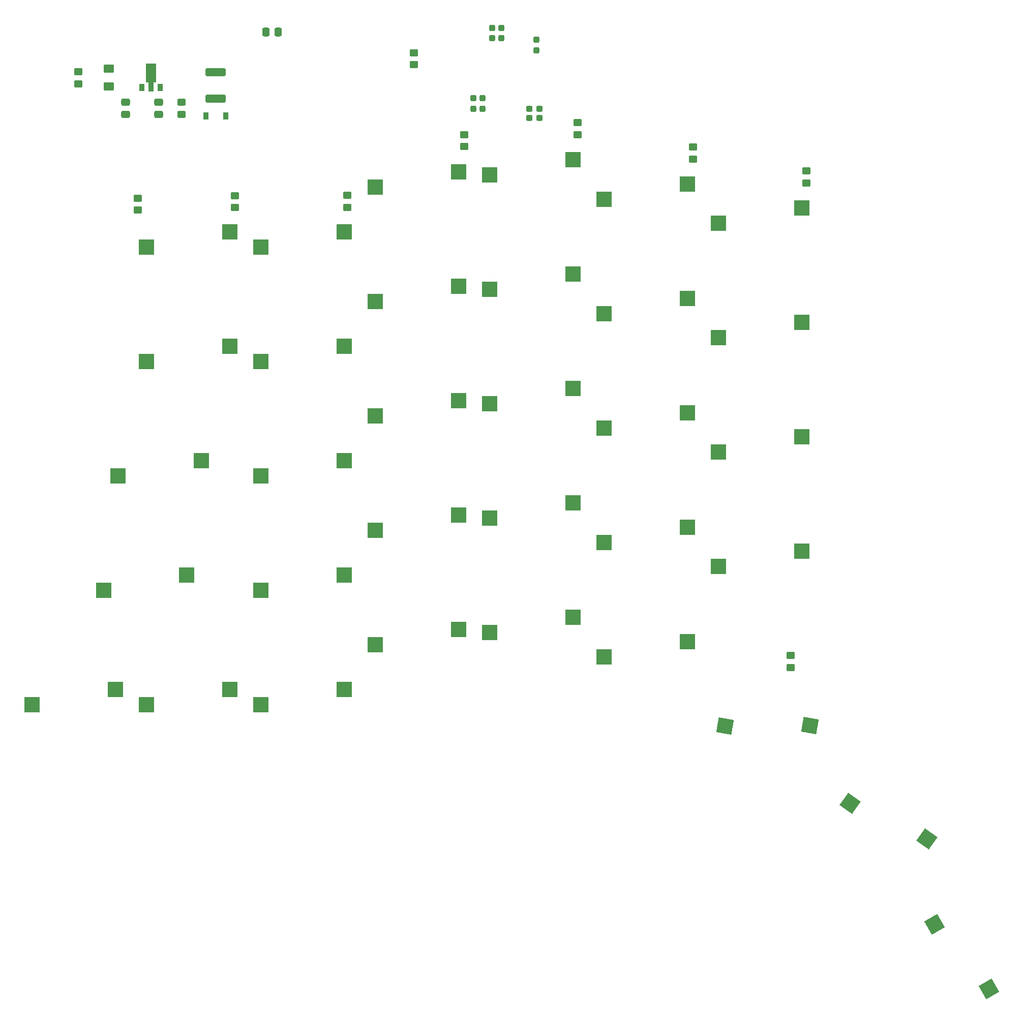
<source format=gbr>
%TF.GenerationSoftware,KiCad,Pcbnew,(6.0.0)*%
%TF.CreationDate,2021-12-31T20:21:35-08:00*%
%TF.ProjectId,thumbler_left,7468756d-626c-4657-925f-6c6566742e6b,rev?*%
%TF.SameCoordinates,Original*%
%TF.FileFunction,Paste,Bot*%
%TF.FilePolarity,Positive*%
%FSLAX46Y46*%
G04 Gerber Fmt 4.6, Leading zero omitted, Abs format (unit mm)*
G04 Created by KiCad (PCBNEW (6.0.0)) date 2021-12-31 20:21:35*
%MOMM*%
%LPD*%
G01*
G04 APERTURE LIST*
G04 Aperture macros list*
%AMRoundRect*
0 Rectangle with rounded corners*
0 $1 Rounding radius*
0 $2 $3 $4 $5 $6 $7 $8 $9 X,Y pos of 4 corners*
0 Add a 4 corners polygon primitive as box body*
4,1,4,$2,$3,$4,$5,$6,$7,$8,$9,$2,$3,0*
0 Add four circle primitives for the rounded corners*
1,1,$1+$1,$2,$3*
1,1,$1+$1,$4,$5*
1,1,$1+$1,$6,$7*
1,1,$1+$1,$8,$9*
0 Add four rect primitives between the rounded corners*
20,1,$1+$1,$2,$3,$4,$5,0*
20,1,$1+$1,$4,$5,$6,$7,0*
20,1,$1+$1,$6,$7,$8,$9,0*
20,1,$1+$1,$8,$9,$2,$3,0*%
%AMRotRect*
0 Rectangle, with rotation*
0 The origin of the aperture is its center*
0 $1 length*
0 $2 width*
0 $3 Rotation angle, in degrees counterclockwise*
0 Add horizontal line*
21,1,$1,$2,0,0,$3*%
%AMFreePoly0*
4,1,9,3.862500,-0.866500,0.737500,-0.866500,0.737500,-0.450000,-0.737500,-0.450000,-0.737500,0.450000,0.737500,0.450000,0.737500,0.866500,3.862500,0.866500,3.862500,-0.866500,3.862500,-0.866500,$1*%
G04 Aperture macros list end*
%ADD10R,2.550000X2.500000*%
%ADD11RotRect,2.550000X2.500000X350.000000*%
%ADD12RotRect,2.550000X2.500000X324.600000*%
%ADD13RotRect,2.550000X2.500000X300.000000*%
%ADD14RoundRect,0.250000X-0.475000X0.337500X-0.475000X-0.337500X0.475000X-0.337500X0.475000X0.337500X0*%
%ADD15RoundRect,0.237500X-0.237500X0.300000X-0.237500X-0.300000X0.237500X-0.300000X0.237500X0.300000X0*%
%ADD16RoundRect,0.237500X-0.300000X-0.237500X0.300000X-0.237500X0.300000X0.237500X-0.300000X0.237500X0*%
%ADD17RoundRect,0.237500X0.237500X-0.300000X0.237500X0.300000X-0.237500X0.300000X-0.237500X-0.300000X0*%
%ADD18RoundRect,0.250000X0.337500X0.475000X-0.337500X0.475000X-0.337500X-0.475000X0.337500X-0.475000X0*%
%ADD19RoundRect,0.250000X-0.625000X0.462500X-0.625000X-0.462500X0.625000X-0.462500X0.625000X0.462500X0*%
%ADD20RoundRect,0.249999X0.450001X-0.350001X0.450001X0.350001X-0.450001X0.350001X-0.450001X-0.350001X0*%
%ADD21RoundRect,0.249999X-0.450001X0.350001X-0.450001X-0.350001X0.450001X-0.350001X0.450001X0.350001X0*%
%ADD22R,0.900000X1.300000*%
%ADD23FreePoly0,90.000000*%
%ADD24R,0.900000X1.200000*%
%ADD25RoundRect,0.249999X-0.450001X0.325001X-0.450001X-0.325001X0.450001X-0.325001X0.450001X0.325001X0*%
%ADD26RoundRect,0.250000X-1.450000X0.400000X-1.450000X-0.400000X1.450000X-0.400000X1.450000X0.400000X0*%
G04 APERTURE END LIST*
D10*
%TO.C,S1*%
X90046000Y-251711000D03*
X103896000Y-249171000D03*
%TD*%
%TO.C,S4*%
X109093000Y-175506200D03*
X122943000Y-172966200D03*
%TD*%
D11*
%TO.C,S27*%
X205466920Y-255240408D03*
X219547574Y-255144024D03*
%TD*%
D12*
%TO.C,S28*%
X226303906Y-268087981D03*
X239064800Y-274040600D03*
%TD*%
D13*
%TO.C,S29*%
X240290617Y-288299663D03*
X249415321Y-299024115D03*
%TD*%
D10*
%TO.C,S7*%
X128143000Y-175506200D03*
X141993000Y-172966200D03*
%TD*%
%TO.C,S12*%
X147193000Y-165506200D03*
X161043000Y-162966200D03*
%TD*%
%TO.C,S17*%
X166243000Y-163506200D03*
X180093000Y-160966200D03*
%TD*%
%TO.C,S22*%
X185293000Y-167506200D03*
X199143000Y-164966200D03*
%TD*%
%TO.C,S30*%
X204343000Y-171506200D03*
X218193000Y-168966200D03*
%TD*%
%TO.C,S5*%
X109093000Y-194556200D03*
X122943000Y-192016200D03*
%TD*%
%TO.C,S8*%
X128143000Y-194556200D03*
X141993000Y-192016200D03*
%TD*%
%TO.C,S13*%
X147193000Y-184556200D03*
X161043000Y-182016200D03*
%TD*%
%TO.C,S18*%
X166243000Y-182556200D03*
X180093000Y-180016200D03*
%TD*%
%TO.C,S23*%
X185293000Y-186556200D03*
X199143000Y-184016200D03*
%TD*%
%TO.C,S31*%
X204343000Y-190556200D03*
X218193000Y-188016200D03*
%TD*%
%TO.C,S2*%
X104366516Y-213597880D03*
X118216516Y-211057880D03*
%TD*%
%TO.C,S9*%
X128143000Y-213606200D03*
X141993000Y-211066200D03*
%TD*%
%TO.C,S14*%
X147193000Y-203606200D03*
X161043000Y-201066200D03*
%TD*%
%TO.C,S19*%
X166243000Y-201606200D03*
X180093000Y-199066200D03*
%TD*%
%TO.C,S24*%
X185293000Y-205606200D03*
X199143000Y-203066200D03*
%TD*%
%TO.C,S32*%
X204343000Y-209606200D03*
X218193000Y-207066200D03*
%TD*%
%TO.C,S3*%
X101945456Y-232655156D03*
X115795456Y-230115156D03*
%TD*%
%TO.C,S10*%
X128143000Y-232656200D03*
X141993000Y-230116200D03*
%TD*%
%TO.C,S15*%
X147193000Y-222656200D03*
X161043000Y-220116200D03*
%TD*%
%TO.C,S20*%
X166243000Y-220656200D03*
X180093000Y-218116200D03*
%TD*%
%TO.C,S25*%
X185293000Y-224656200D03*
X199143000Y-222116200D03*
%TD*%
%TO.C,S33*%
X204343000Y-228656200D03*
X218193000Y-226116200D03*
%TD*%
%TO.C,S6*%
X109093000Y-251706200D03*
X122943000Y-249166200D03*
%TD*%
%TO.C,S11*%
X128143000Y-251706200D03*
X141993000Y-249166200D03*
%TD*%
%TO.C,S16*%
X147193000Y-241706200D03*
X161043000Y-239166200D03*
%TD*%
%TO.C,S21*%
X166243000Y-239706200D03*
X180093000Y-237166200D03*
%TD*%
%TO.C,S26*%
X185293000Y-243706200D03*
X199143000Y-241166200D03*
%TD*%
D14*
%TO.C,C1*%
X111125000Y-151331250D03*
X111125000Y-153406250D03*
%TD*%
D15*
%TO.C,C3*%
X163515100Y-150728600D03*
X163515100Y-152453600D03*
%TD*%
D16*
%TO.C,C7*%
X172812600Y-152506600D03*
X174537600Y-152506600D03*
%TD*%
D17*
%TO.C,C8*%
X174056100Y-142701100D03*
X174056100Y-140976100D03*
%TD*%
%TO.C,C9*%
X166702800Y-140695600D03*
X166702800Y-138970600D03*
%TD*%
D18*
%TO.C,C4*%
X131036750Y-139700000D03*
X128961750Y-139700000D03*
%TD*%
D17*
%TO.C,C10*%
X168214100Y-140695600D03*
X168214100Y-138970600D03*
%TD*%
D19*
%TO.C,D2*%
X102842500Y-145801250D03*
X102842500Y-148776250D03*
%TD*%
D20*
%TO.C,R7*%
X153670000Y-145145000D03*
X153670000Y-143145000D03*
%TD*%
D21*
%TO.C,R4*%
X97762500Y-146288750D03*
X97762500Y-148288750D03*
%TD*%
%TO.C,R6*%
X142523600Y-166880600D03*
X142523600Y-168880600D03*
%TD*%
%TO.C,R8*%
X162030800Y-156771400D03*
X162030800Y-158771400D03*
%TD*%
%TO.C,R9*%
X180877600Y-154790200D03*
X180877600Y-156790200D03*
%TD*%
%TO.C,R10*%
X200080000Y-158854200D03*
X200080000Y-160854200D03*
%TD*%
%TO.C,R11*%
X216408000Y-243491000D03*
X216408000Y-245491000D03*
%TD*%
%TO.C,R12*%
X219028400Y-162816600D03*
X219028400Y-164816600D03*
%TD*%
D22*
%TO.C,U2*%
X111355000Y-148938750D03*
D23*
X109855000Y-148851250D03*
D22*
X108355000Y-148938750D03*
%TD*%
D24*
%TO.C,D1*%
X122300000Y-153670000D03*
X119000000Y-153670000D03*
%TD*%
D21*
%TO.C,R5*%
X123829200Y-166931400D03*
X123829200Y-168931400D03*
%TD*%
D25*
%TO.C,FB1*%
X114935000Y-151375000D03*
X114935000Y-153425000D03*
%TD*%
D26*
%TO.C,F1*%
X120650000Y-146365000D03*
X120650000Y-150815000D03*
%TD*%
D14*
%TO.C,C2*%
X105612500Y-151331250D03*
X105612500Y-153406250D03*
%TD*%
D16*
%TO.C,C5*%
X172812600Y-154030600D03*
X174537600Y-154030600D03*
%TD*%
D15*
%TO.C,C6*%
X165039100Y-150728600D03*
X165039100Y-152453600D03*
%TD*%
D21*
%TO.C,R3*%
X107674800Y-167337800D03*
X107674800Y-169337800D03*
%TD*%
M02*

</source>
